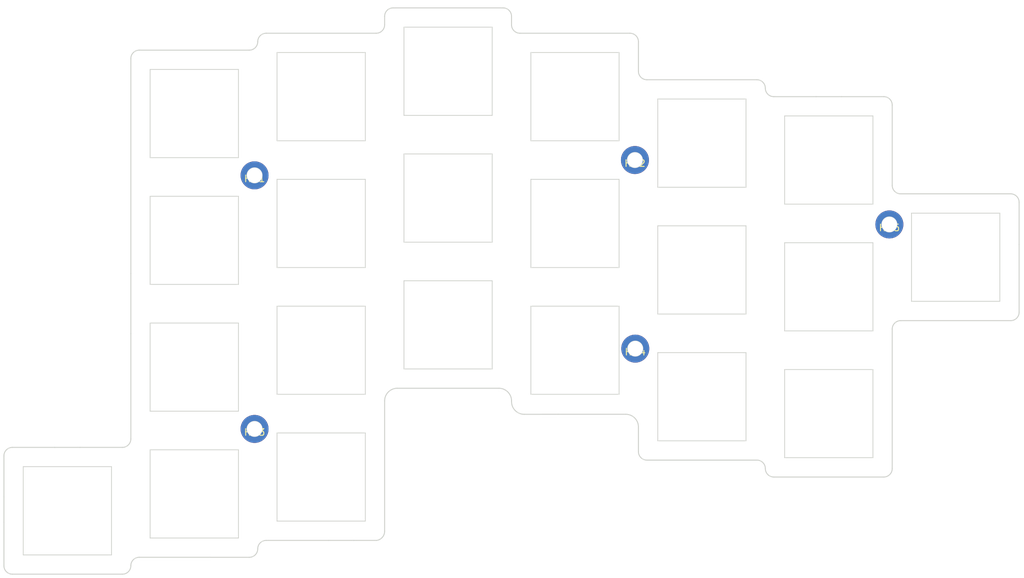
<source format=kicad_pcb>
(kicad_pcb (version 20211014) (generator pcbnew)
  (layers (0 "F.Cu" signal) (31 "B.Cu" signal) (34 "B.Paste" user) (35 "F.Paste" user) (36 "B.SilkS" user "B.Silkscreen") (37 "F.SilkS" user "F.Silkscreen") (38 "B.Mask" user) (39 "F.Mask" user) (44 "Edge.Cuts" user))
  (net 0 "")
  (net 1 "GND")
  (footprint "kbd:SW_Hole_Omron_Plastic" (layer "F.Cu") (at 88.9 86.36)
    (fp_text reference "SW13" hide)
    (fp_text value "SW_PUSH" hide)
    (fp_line (start 6.625 -6.625) (end -6.625 -6.625) (layer "Edge.Cuts") (width 0.12))
    (fp_line (start 6.625 6.625) (end 6.625 -6.625) (layer "Edge.Cuts") (width 0.12))
    (fp_line (start -6.625 -6.625) (end -6.625 6.625) (layer "Edge.Cuts") (width 0.12))
    (fp_line (start -6.625 6.625) (end 6.625 6.625) (layer "Edge.Cuts") (width 0.12))
  )
  (footprint "kbd:SW_Hole_Omron_Plastic" (layer "F.Cu") (at 165.1 76.2)
    (fp_text reference "SW22" hide)
    (fp_text value "SW_PUSH" hide)
    (fp_line (start -6.625 6.625) (end 6.625 6.625) (layer "Edge.Cuts") (width 0.12))
    (fp_line (start 6.625 6.625) (end 6.625 -6.625) (layer "Edge.Cuts") (width 0.12))
    (fp_line (start -6.625 -6.625) (end -6.625 6.625) (layer "Edge.Cuts") (width 0.12))
    (fp_line (start 6.625 -6.625) (end -6.625 -6.625) (layer "Edge.Cuts") (width 0.12))
  )
  (footprint "kbd:SW_Hole_Omron_Plastic" (layer "F.Cu") (at 146.05 99.695)
    (fp_text reference "SW21" hide)
    (fp_text value "SW_PUSH" hide)
    (fp_line (start -6.625 6.625) (end 6.625 6.625) (layer "Edge.Cuts") (width 0.12))
    (fp_line (start 6.625 -6.625) (end -6.625 -6.625) (layer "Edge.Cuts") (width 0.12))
    (fp_line (start 6.625 6.625) (end 6.625 -6.625) (layer "Edge.Cuts") (width 0.12))
    (fp_line (start -6.625 -6.625) (end -6.625 6.625) (layer "Edge.Cuts") (width 0.12))
  )
  (footprint "kbd:SW_Hole_Omron_Plastic" (layer "F.Cu") (at 146.05 80.645)
    (fp_text reference "SW20" hide)
    (fp_text value "SW_PUSH" hide)
    (fp_line (start 6.625 -6.625) (end -6.625 -6.625) (layer "Edge.Cuts") (width 0.12))
    (fp_line (start -6.625 6.625) (end 6.625 6.625) (layer "Edge.Cuts") (width 0.12))
    (fp_line (start -6.625 -6.625) (end -6.625 6.625) (layer "Edge.Cuts") (width 0.12))
    (fp_line (start 6.625 6.625) (end 6.625 -6.625) (layer "Edge.Cuts") (width 0.12))
  )
  (footprint "kbd:SW_Hole_Omron_Plastic" (layer "F.Cu") (at 146.05 61.595)
    (fp_text reference "SW19" hide)
    (fp_text value "SW_PUSH" hide)
    (fp_line (start -6.625 6.625) (end 6.625 6.625) (layer "Edge.Cuts") (width 0.12))
    (fp_line (start 6.625 -6.625) (end -6.625 -6.625) (layer "Edge.Cuts") (width 0.12))
    (fp_line (start -6.625 -6.625) (end -6.625 6.625) (layer "Edge.Cuts") (width 0.12))
    (fp_line (start 6.625 6.625) (end 6.625 -6.625) (layer "Edge.Cuts") (width 0.12))
  )
  (footprint "kbd:SW_Hole_Omron_Plastic" (layer "F.Cu") (at 31.75 114.295 180)
    (fp_text reference "SW18" hide)
    (fp_text value "SW_PUSH" hide)
    (fp_line (start -6.625 -6.625) (end -6.625 6.625) (layer "Edge.Cuts") (width 0.12))
    (fp_line (start -6.625 6.625) (end 6.625 6.625) (layer "Edge.Cuts") (width 0.12))
    (fp_line (start 6.625 6.625) (end 6.625 -6.625) (layer "Edge.Cuts") (width 0.12))
    (fp_line (start 6.625 -6.625) (end -6.625 -6.625) (layer "Edge.Cuts") (width 0.12))
  )
  (footprint "kbd:SW_Hole_Omron_Plastic" (layer "F.Cu") (at 69.85 109.22 180)
    (fp_text reference "SW17" hide)
    (fp_text value "SW_PUSH" hide)
    (fp_line (start -6.625 -6.625) (end -6.625 6.625) (layer "Edge.Cuts") (width 0.12))
    (fp_line (start 6.625 6.625) (end 6.625 -6.625) (layer "Edge.Cuts") (width 0.12))
    (fp_line (start 6.625 -6.625) (end -6.625 -6.625) (layer "Edge.Cuts") (width 0.12))
    (fp_line (start -6.625 6.625) (end 6.625 6.625) (layer "Edge.Cuts") (width 0.12))
  )
  (footprint "kbd:SW_Hole_Omron_Plastic" (layer "F.Cu") (at 50.8 111.76 180)
    (fp_text reference "SW16" hide)
    (fp_text value "SW_PUSH" hide)
    (fp_line (start 6.625 6.625) (end 6.625 -6.625) (layer "Edge.Cuts") (width 0.12))
    (fp_line (start -6.625 -6.625) (end -6.625 6.625) (layer "Edge.Cuts") (width 0.12))
    (fp_line (start -6.625 6.625) (end 6.625 6.625) (layer "Edge.Cuts") (width 0.12))
    (fp_line (start 6.625 -6.625) (end -6.625 -6.625) (layer "Edge.Cuts") (width 0.12))
  )
  (footprint "kbd:SW_Hole_Omron_Plastic" (layer "F.Cu") (at 127 97.155)
    (fp_text reference "SW15" hide)
    (fp_text value "SW_PUSH" hide)
    (fp_line (start -6.625 -6.625) (end -6.625 6.625) (layer "Edge.Cuts") (width 0.12))
    (fp_line (start 6.625 -6.625) (end -6.625 -6.625) (layer "Edge.Cuts") (width 0.12))
    (fp_line (start -6.625 6.625) (end 6.625 6.625) (layer "Edge.Cuts") (width 0.12))
    (fp_line (start 6.625 6.625) (end 6.625 -6.625) (layer "Edge.Cuts") (width 0.12))
  )
  (footprint "kbd:SW_Hole_Omron_Plastic" (layer "F.Cu") (at 107.95 90.17)
    (fp_text reference "SW14" hide)
    (fp_text value "SW_PUSH" hide)
    (fp_line (start 6.625 6.625) (end 6.625 -6.625) (layer "Edge.Cuts") (width 0.12))
    (fp_line (start -6.625 6.625) (end 6.625 6.625) (layer "Edge.Cuts") (width 0.12))
    (fp_line (start 6.625 -6.625) (end -6.625 -6.625) (layer "Edge.Cuts") (width 0.12))
    (fp_line (start -6.625 -6.625) (end -6.625 6.625) (layer "Edge.Cuts") (width 0.12))
  )
  (footprint "kbd:SW_Hole_Omron_Plastic" (layer "F.Cu") (at 50.8 54.61)
    (fp_text reference "SW1" hide)
    (fp_text value "SW_PUSH" hide)
    (fp_line (start -6.625 6.625) (end 6.625 6.625) (layer "Edge.Cuts") (width 0.12))
    (fp_line (start 6.625 -6.625) (end -6.625 -6.625) (layer "Edge.Cuts") (width 0.12))
    (fp_line (start 6.625 6.625) (end 6.625 -6.625) (layer "Edge.Cuts") (width 0.12))
    (fp_line (start -6.625 -6.625) (end -6.625 6.625) (layer "Edge.Cuts") (width 0.12))
  )
  (footprint "kbd:SW_Hole_Omron_Plastic" (layer "F.Cu") (at 69.85 90.17)
    (fp_text reference "SW12" hide)
    (fp_text value "SW_PUSH" hide)
    (fp_line (start -6.625 6.625) (end 6.625 6.625) (layer "Edge.Cuts") (width 0.12))
    (fp_line (start -6.625 -6.625) (end -6.625 6.625) (layer "Edge.Cuts") (width 0.12))
    (fp_line (start 6.625 6.625) (end 6.625 -6.625) (layer "Edge.Cuts") (width 0.12))
    (fp_line (start 6.625 -6.625) (end -6.625 -6.625) (layer "Edge.Cuts") (width 0.12))
  )
  (footprint "kbd:SW_Hole_Omron_Plastic" (layer "F.Cu") (at 50.8 92.71 180)
    (fp_text reference "SW11" hide)
    (fp_text value "SW_PUSH" hide)
    (fp_line (start -6.625 6.625) (end 6.625 6.625) (layer "Edge.Cuts") (width 0.12))
    (fp_line (start 6.625 6.625) (end 6.625 -6.625) (layer "Edge.Cuts") (width 0.12))
    (fp_line (start -6.625 -6.625) (end -6.625 6.625) (layer "Edge.Cuts") (width 0.12))
    (fp_line (start 6.625 -6.625) (end -6.625 -6.625) (layer "Edge.Cuts") (width 0.12))
  )
  (footprint "kbd:SW_Hole_Omron_Plastic" (layer "F.Cu") (at 127 78.105)
    (fp_text reference "SW10" hide)
    (fp_text value "SW_PUSH" hide)
    (fp_line (start 6.625 6.625) (end 6.625 -6.625) (layer "Edge.Cuts") (width 0.12))
    (fp_line (start -6.625 6.625) (end 6.625 6.625) (layer "Edge.Cuts") (width 0.12))
    (fp_line (start -6.625 -6.625) (end -6.625 6.625) (layer "Edge.Cuts") (width 0.12))
    (fp_line (start 6.625 -6.625) (end -6.625 -6.625) (layer "Edge.Cuts") (width 0.12))
  )
  (footprint "kbd:SW_Hole_Omron_Plastic" (layer "F.Cu") (at 107.95 71.12)
    (fp_text reference "SW9" hide)
    (fp_text value "SW_PUSH" hide)
    (fp_line (start 6.625 6.625) (end 6.625 -6.625) (layer "Edge.Cuts") (width 0.12))
    (fp_line (start 6.625 -6.625) (end -6.625 -6.625) (layer "Edge.Cuts") (width 0.12))
    (fp_line (start -6.625 -6.625) (end -6.625 6.625) (layer "Edge.Cuts") (width 0.12))
    (fp_line (start -6.625 6.625) (end 6.625 6.625) (layer "Edge.Cuts") (width 0.12))
  )
  (footprint "kbd:SW_Hole_Omron_Plastic" (layer "F.Cu") (at 88.9 67.31)
    (fp_text reference "SW8" hide)
    (fp_text value "SW_PUSH" hide)
    (fp_line (start 6.625 6.625) (end 6.625 -6.625) (layer "Edge.Cuts") (width 0.12))
    (fp_line (start -6.625 -6.625) (end -6.625 6.625) (layer "Edge.Cuts") (width 0.12))
    (fp_line (start 6.625 -6.625) (end -6.625 -6.625) (layer "Edge.Cuts") (width 0.12))
    (fp_line (start -6.625 6.625) (end 6.625 6.625) (layer "Edge.Cuts") (width 0.12))
  )
  (footprint "kbd:SW_Hole_Omron_Plastic" (layer "F.Cu") (at 69.85 71.12)
    (fp_text reference "SW7" hide)
    (fp_text value "SW_PUSH" hide)
    (fp_line (start -6.625 -6.625) (end -6.625 6.625) (layer "Edge.Cuts") (width 0.12))
    (fp_line (start -6.625 6.625) (end 6.625 6.625) (layer "Edge.Cuts") (width 0.12))
    (fp_line (start 6.625 -6.625) (end -6.625 -6.625) (layer "Edge.Cuts") (width 0.12))
    (fp_line (start 6.625 6.625) (end 6.625 -6.625) (layer "Edge.Cuts") (width 0.12))
  )
  (footprint "kbd:SW_Hole_Omron_Plastic" (layer "F.Cu") (at 50.8 73.66)
    (fp_text reference "SW6" hide)
    (fp_text value "SW_PUSH" hide)
    (fp_line (start 6.625 6.625) (end 6.625 -6.625) (layer "Edge.Cuts") (width 0.12))
    (fp_line (start -6.625 -6.625) (end -6.625 6.625) (layer "Edge.Cuts") (width 0.12))
    (fp_line (start 6.625 -6.625) (end -6.625 -6.625) (layer "Edge.Cuts") (width 0.12))
    (fp_line (start -6.625 6.625) (end 6.625 6.625) (layer "Edge.Cuts") (width 0.12))
  )
  (footprint "kbd:SW_Hole_Omron_Plastic" (layer "F.Cu") (at 127 59.055)
    (fp_text reference "SW5" hide)
    (fp_text value "SW_PUSH" hide)
    (fp_line (start -6.625 -6.625) (end -6.625 6.625) (layer "Edge.Cuts") (width 0.12))
    (fp_line (start 6.625 6.625) (end 6.625 -6.625) (layer "Edge.Cuts") (width 0.12))
    (fp_line (start -6.625 6.625) (end 6.625 6.625) (layer "Edge.Cuts") (width 0.12))
    (fp_line (start 6.625 -6.625) (end -6.625 -6.625) (layer "Edge.Cuts") (width 0.12))
  )
  (footprint "kbd:SW_Hole_Omron_Plastic" (layer "F.Cu") (at 107.95 52.07)
    (fp_text reference "SW4" hide)
    (fp_text value "SW_PUSH" hide)
    (fp_line (start -6.625 6.625) (end 6.625 6.625) (layer "Edge.Cuts") (width 0.12))
    (fp_line (start 6.625 6.625) (end 6.625 -6.625) (layer "Edge.Cuts") (width 0.12))
    (fp_line (start -6.625 -6.625) (end -6.625 6.625) (layer "Edge.Cuts") (width 0.12))
    (fp_line (start 6.625 -6.625) (end -6.625 -6.625) (layer "Edge.Cuts") (width 0.12))
  )
  (footprint "kbd:SW_Hole_Omron_Plastic" (layer "F.Cu") (at 88.9 48.26)
    (fp_text reference "SW3" hide)
    (fp_text value "SW_PUSH" hide)
    (fp_line (start 6.625 6.625) (end 6.625 -6.625) (layer "Edge.Cuts") (width 0.12))
    (fp_line (start 6.625 -6.625) (end -6.625 -6.625) (layer "Edge.Cuts") (width 0.12))
    (fp_line (start -6.625 6.625) (end 6.625 6.625) (layer "Edge.Cuts") (width 0.12))
    (fp_line (start -6.625 -6.625) (end -6.625 6.625) (layer "Edge.Cuts") (width 0.12))
  )
  (footprint "kbd:SW_Hole_Omron_Plastic" (layer "F.Cu") (at 69.85 52.07)
    (fp_text reference "SW2" hide)
    (fp_text value "SW_PUSH" hide)
    (fp_line (start -6.625 -6.625) (end -6.625 6.625) (layer "Edge.Cuts") (width 0.12))
    (fp_line (start 6.625 -6.625) (end -6.625 -6.625) (layer "Edge.Cuts") (width 0.12))
    (fp_line (start -6.625 6.625) (end 6.625 6.625) (layer "Edge.Cuts") (width 0.12))
    (fp_line (start 6.625 6.625) (end 6.625 -6.625) (layer "Edge.Cuts") (width 0.12))
  )
  (footprint "kbd:M2_Hole_TH_mod" (layer "F.Cu") (at 59.85 101.995)
    (fp_text reference "HM3" (at 0 0.5) (layer "F.SilkS"))
    (fp_text value "CaseHole")
    (fp_circle (center 0 0) (end 1.15 0) (layer "Edge.Cuts") (width 0.1) (fill none))
    (pad "" thru_hole circle (at 0 0) (size 4.2 4.2) (drill 2.3) (layers *.Cu *.Mask))
  )
  (footprint "kbd:M2_Hole_TH_mod" (layer "F.Cu") (at 155.145948 71.270959)
    (fp_text reference "HM5" (at 0 0.5) (layer "F.SilkS"))
    (fp_text value "CaseHole")
    (fp_circle (center 0 0) (end 1.15 0) (layer "Edge.Cuts") (width 0.1) (fill none))
    (pad "" thru_hole circle (at 0 0) (size 4.2 4.2) (drill 2.3) (layers *.Cu *.Mask))
  )
  (footprint "kbd:M2_Hole_TH_mod" (layer "F.Cu") (at 116.95 61.595)
    (fp_text reference "HM2" (at 0 0.5) (layer "F.SilkS"))
    (fp_text value "CaseHole")
    (fp_circle (center 0 0) (end 1.15 0) (layer "Edge.Cuts") (width 0.1) (fill none))
    (pad "" thru_hole circle (at 0 0) (size 4.2 4.2) (drill 2.3) (layers *.Cu *.Mask))
  )
  (footprint "kbd:M2_Hole_TH_mod" (layer "F.Cu") (at 117 89.93)
    (fp_text reference "HM4" (at 0 0.5) (layer "F.SilkS"))
    (fp_text value "CaseHole")
    (fp_circle (center 0 0) (end 1.15 0) (layer "Edge.Cuts") (width 0.1) (fill none))
    (pad "" thru_hole circle (at 0 0) (size 4.2 4.2) (drill 2.3) (layers *.Cu *.Mask))
  )
  (footprint "kbd:M2_Hole_TH_mod" (layer "F.Cu") (at 59.85 63.895)
    (fp_text reference "HM1" (at 0 0.5) (layer "F.SilkS"))
    (fp_text value "CaseHole")
    (fp_circle (center 0 0) (end 1.15 0) (layer "Edge.Cuts") (width 0.1) (fill none))
    (pad "" thru_hole circle (at 0 0) (size 4.2 4.2) (drill 2.3) (layers *.Cu *.Mask))
  )
  (gr_arc (start 97.155 38.735) (mid 98.053026 39.106974) (end 98.425 40.005) (layer "Edge.Cuts") (width 0.15))
  (gr_arc (start 99.695 42.545) (mid 98.796974 42.173026) (end 98.425 41.275) (layer "Edge.Cuts") (width 0.15))
  (gr_arc (start 116.205 42.545) (mid 117.103026 42.916974) (end 117.475 43.815) (layer "Edge.Cuts") (width 0.15))
  (gr_arc (start 118.745 49.53) (mid 117.846974 49.158026) (end 117.475 48.26) (layer "Edge.Cuts") (width 0.15))
  (gr_arc (start 118.745 106.68) (mid 117.846974 106.308026) (end 117.475 105.41) (layer "Edge.Cuts") (width 0.15))
  (gr_arc (start 174.625 84.455) (mid 174.253026 85.353026) (end 173.355 85.725) (layer "Edge.Cuts") (width 0.15))
  (gr_arc (start 173.355 66.675) (mid 174.253026 67.046974) (end 174.625 67.945) (layer "Edge.Cuts") (width 0.15))
  (gr_arc (start 79.375 117.365) (mid 79.0378 118.27477) (end 78.189113 118.745) (layer "Edge.Cuts") (width 0.15))
  (gr_arc (start 154.305 52.07) (mid 155.203026 52.441974) (end 155.575 53.34) (layer "Edge.Cuts") (width 0.15))
  (gr_arc (start 41.275 122.55) (mid 40.903026 123.448026) (end 40.005 123.82) (layer "Edge.Cuts") (width 0.15))
  (gr_arc (start 155.575 107.95) (mid 155.203026 108.848026) (end 154.305 109.22) (layer "Edge.Cuts") (width 0.15))
  (gr_arc (start 137.795 109.22) (mid 136.896974 108.848026) (end 136.525 107.95) (layer "Edge.Cuts") (width 0.15))
  (gr_arc (start 60.325 120.015) (mid 59.953026 120.913026) (end 59.055 121.285) (layer "Edge.Cuts") (width 0.15))
  (gr_arc (start 60.325 120.015) (mid 60.696974 119.116974) (end 61.595 118.745) (layer "Edge.Cuts") (width 0.15))
  (gr_arc (start 79.375 40.005) (mid 79.746974 39.106974) (end 80.645 38.735) (layer "Edge.Cuts") (width 0.15))
  (gr_arc (start 22.225 106.04) (mid 22.596974 105.141974) (end 23.495 104.77) (layer "Edge.Cuts") (width 0.15))
  (gr_arc (start 100.332038 99.797962) (mid 98.985 99.24) (end 98.427038 97.892962) (layer "Edge.Cuts") (width 0.15))
  (gr_arc (start 79.375 41.275) (mid 79.003026 42.173026) (end 78.105 42.545) (layer "Edge.Cuts") (width 0.15))
  (gr_line (start 120.015 106.68) (end 118.745 106.68) (layer "Edge.Cuts") (width 0.15))
  (gr_line (start 96.522038 95.885) (end 81.28 95.885) (layer "Edge.Cuts") (width 0.15))
  (gr_line (start 78.189113 118.745) (end 74.765 118.745) (layer "Edge.Cuts") (width 0.15))
  (gr_line (start 41.275 103.5) (end 41.275 87.695) (layer "Edge.Cuts") (width 0.15))
  (gr_line (start 155.575 86.995) (end 155.575 107.95) (layer "Edge.Cuts") (width 0.15))
  (gr_line (start 98.427038 97.79) (end 98.427038 97.892962) (layer "Edge.Cuts") (width 0.15))
  (gr_line (start 41.275 78.645) (end 41.275 46.355) (layer "Edge.Cuts") (width 0.15))
  (gr_line (start 22.225 106.04) (end 22.225 112.225) (layer "Edge.Cuts") (width 0.15))
  (gr_line (start 117.475 105.41) (end 117.475 101.7) (layer "Edge.Cuts") (width 0.15))
  (gr_arc (start 96.522038 95.885) (mid 97.869076 96.442962) (end 98.427038 97.79) (layer "Edge.Cuts") (width 0.15))
  (gr_line (start 29.845 104.77) (end 23.495 104.77) (layer "Edge.Cuts") (width 0.15))
  (gr_arc (start 23.495 123.82) (mid 22.596974 123.448026) (end 22.225 122.55) (layer "Edge.Cuts") (width 0.15))
  (gr_line (start 29.845 104.77) (end 33.655 104.77) (layer "Edge.Cuts") (width 0.15))
  (gr_line (start 115.57 99.795) (end 105.41 99.795) (layer "Edge.Cuts") (width 0.15))
  (gr_arc (start 79.375 97.79) (mid 79.932962 96.442962) (end 81.28 95.885) (layer "Edge.Cuts") (width 0.15))
  (gr_line (start 99.695 42.545) (end 116.205 42.545) (layer "Edge.Cuts") (width 0.15))
  (gr_line (start 74.765 118.745) (end 70.965 118.745) (layer "Edge.Cuts") (width 0.15))
  (gr_line (start 156.845 85.725) (end 173.355 85.725) (layer "Edge.Cuts") (width 0.15))
  (gr_line (start 147.955 52.07) (end 154.305 52.07) (layer "Edge.Cuts") (width 0.15))
  (gr_line (start 41.275 87.695) (end 41.275 78.645) (layer "Edge.Cuts") (width 0.15))
  (gr_line (start 59.055 121.285) (end 42.545 121.28) (layer "Edge.Cuts") (width 0.15))
  (gr_line (start 105.41 99.795) (end 100.332038 99.797962) (layer "Edge.Cuts") (width 0.15))
  (gr_line (start 79.375 40.005) (end 79.375 41.275) (layer "Edge.Cuts") (width 0.15))
  (gr_line (start 59.055 45.085) (end 42.545 45.085) (layer "Edge.Cuts") (width 0.15))
  (gr_line (start 154.305 109.22) (end 137.795 109.22) (layer "Edge.Cuts") (width 0.15))
  (gr_arc (start 41.275 103.5) (mid 40.903026 104.398026) (end 40.005 104.77) (layer "Edge.Cuts") (width 0.15))
  (gr_line (start 174.625 67.945) (end 174.625 74.295) (layer "Edge.Cuts") (width 0.15))
  (gr_arc (start 156.845 66.674974) (mid 155.946974 66.303) (end 155.575 65.404974) (layer "Edge.Cuts") (width 0.15))
  (gr_line (start 97.155 38.735) (end 80.645 38.735) (layer "Edge.Cuts") (width 0.15))
  (gr_line (start 79.375 97.79) (end 79.375 117.365) (layer "Edge.Cuts") (width 0.15))
  (gr_arc (start 135.255 106.68) (mid 136.153026 107.051974) (end 136.525 107.95) (layer "Edge.Cuts") (width 0.15))
  (gr_arc (start 115.57 99.795) (mid 116.917038 100.352962) (end 117.475 101.7) (layer "Edge.Cuts") (width 0.15))
  (gr_arc (start 135.255 49.53) (mid 136.153026 49.901974) (end 136.525 50.8) (layer "Edge.Cuts") (width 0.15))
  (gr_line (start 117.475 43.815) (end 117.475 48.26) (layer "Edge.Cuts") (width 0.15))
  (gr_line (start 33.655 104.77) (end 40.005 104.77) (layer "Edge.Cuts") (width 0.15))
  (gr_line (start 174.625 84.455) (end 174.625 74.295) (layer "Edge.Cuts") (width 0.15))
  (gr_line (start 22.225 116.025) (end 22.225 122.55) (layer "Edge.Cuts") (width 0.15))
  (gr_arc (start 41.275 122.55) (mid 41.646974 121.651974) (end 42.545 121.28) (layer "Edge.Cuts") (width 0.15))
  (gr_line (start 155.575 53.34) (end 155.575 65.404974) (layer "Edge.Cuts") (width 0.15))
  (gr_arc (start 60.325 43.815) (mid 60.696974 42.916974) (end 61.595 42.545) (layer "Edge.Cuts") (width 0.15))
  (gr_line (start 144.145 52.07) (end 137.795 52.07) (layer "Edge.Cuts") (width 0.15))
  (gr_line (start 70.965 118.745) (end 61.595 118.745) (layer "Edge.Cuts") (width 0.15))
  (gr_line (start 22.225 116.025) (end 22.225 112.225) (layer "Edge.Cuts") (width 0.15))
  (gr_line (start 23.495 123.82) (end 40.005 123.82) (layer "Edge.Cuts") (width 0.15))
  (gr_line (start 156.845 66.674974) (end 173.355 66.675) (layer "Edge.Cuts") (width 0.15))
  (gr_line (start 135.255 106.68) (end 120.015 106.68) (layer "Edge.Cuts") (width 0.15))
  (gr_line (start 118.745 49.53) (end 135.255 49.53) (layer "Edge.Cuts") (width 0.15))
  (gr_arc (start 137.795 52.07) (mid 136.896974 51.698026) (end 136.525 50.8) (layer "Edge.Cuts") (width 0.15))
  (gr_arc (start 155.575 86.995) (mid 155.946974 86.096974) (end 156.845 85.725) (layer "Edge.Cuts") (width 0.15))
  (gr_line (start 78.105 42.545) (end 61.595 42.545) (layer "Edge.Cuts") (width 0.15))
  (gr_line (start 98.425 40.005) (end 98.425 41.275) (layer "Edge.Cuts") (width 0.15))
  (gr_arc (start 60.325 43.815) (mid 59.953026 44.713026) (end 59.055 45.085) (layer "Edge.Cuts") (width 0.15))
  (gr_arc (start 41.275 46.355) (mid 41.646974 45.456974) (end 42.545 45.085) (layer "Edge.Cuts") (width 0.15))
  (gr_line (start 144.145 52.07) (end 147.955 52.07) (layer "Edge.Cuts") (width 0.15))
)
</source>
